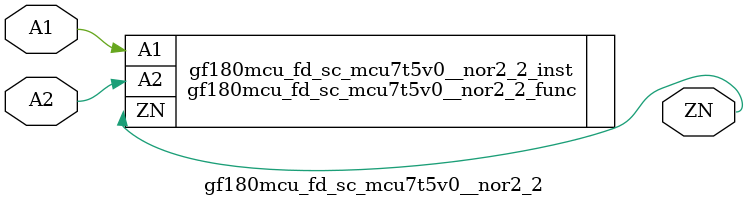
<source format=v>

module gf180mcu_fd_sc_mcu7t5v0__nor2_2( A2, ZN, A1 );
input A1, A2;
output ZN;

   `ifdef FUNCTIONAL  //  functional //

	gf180mcu_fd_sc_mcu7t5v0__nor2_2_func gf180mcu_fd_sc_mcu7t5v0__nor2_2_behav_inst(.A2(A2),.ZN(ZN),.A1(A1));

   `else

	gf180mcu_fd_sc_mcu7t5v0__nor2_2_func gf180mcu_fd_sc_mcu7t5v0__nor2_2_inst(.A2(A2),.ZN(ZN),.A1(A1));

	// spec_gates_begin


	// spec_gates_end



   specify

	// specify_block_begin

	// comb arc A1 --> ZN
	 (A1 => ZN) = (1.0,1.0);

	// comb arc A2 --> ZN
	 (A2 => ZN) = (1.0,1.0);

	// specify_block_end

   endspecify

   `endif

endmodule

</source>
